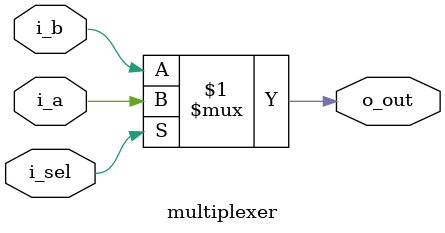
<source format=v>
`default_nettype none

module multiplexer ( 
                    input wire i_a, i_b, i_sel, 
                    output wire o_out
                );
    assign o_out = (i_sel) ? i_a : i_b;
endmodule
</source>
